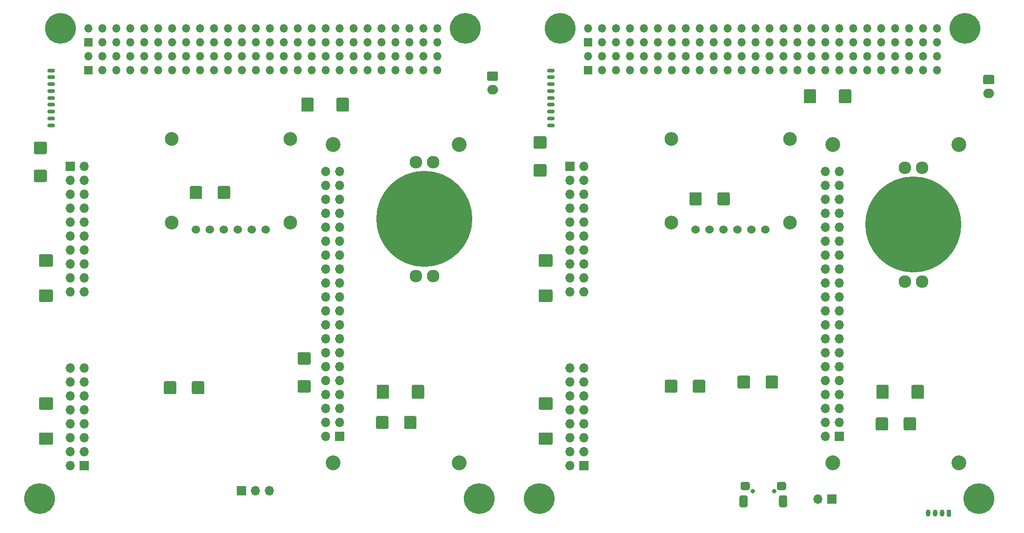
<source format=gbr>
%TF.GenerationSoftware,KiCad,Pcbnew,(5.1.9)-1*%
%TF.CreationDate,2021-11-28T20:19:45-05:00*%
%TF.ProjectId,Combined branches,436f6d62-696e-4656-9420-6272616e6368,rev?*%
%TF.SameCoordinates,Original*%
%TF.FileFunction,Soldermask,Bot*%
%TF.FilePolarity,Negative*%
%FSLAX46Y46*%
G04 Gerber Fmt 4.6, Leading zero omitted, Abs format (unit mm)*
G04 Created by KiCad (PCBNEW (5.1.9)-1) date 2021-11-28 20:19:45*
%MOMM*%
%LPD*%
G01*
G04 APERTURE LIST*
%ADD10O,2.000000X1.700000*%
%ADD11C,17.500000*%
%ADD12C,2.300000*%
%ADD13C,2.500000*%
%ADD14C,1.524000*%
%ADD15O,1.700000X1.700000*%
%ADD16R,1.700000X1.700000*%
%ADD17C,2.700000*%
%ADD18C,5.600000*%
%ADD19C,3.600000*%
%ADD20O,1.400000X0.700000*%
%ADD21O,1.500000X1.500000*%
%ADD22R,1.500000X1.500000*%
%ADD23O,0.800000X1.300000*%
%ADD24C,0.800000*%
G04 APERTURE END LIST*
D10*
%TO.C,J6*%
X181102000Y-70191000D03*
G36*
G01*
X180352000Y-66841000D02*
X181852000Y-66841000D01*
G75*
G02*
X182102000Y-67091000I0J-250000D01*
G01*
X182102000Y-68291000D01*
G75*
G02*
X181852000Y-68541000I-250000J0D01*
G01*
X180352000Y-68541000D01*
G75*
G02*
X180102000Y-68291000I0J250000D01*
G01*
X180102000Y-67091000D01*
G75*
G02*
X180352000Y-66841000I250000J0D01*
G01*
G37*
%TD*%
D11*
%TO.C,BT1*%
X168656000Y-93726000D03*
D12*
X167156000Y-104126000D03*
X170256000Y-104126000D03*
X170256000Y-83326000D03*
X167156000Y-83326000D03*
%TD*%
D13*
%TO.C,U1*%
X144272000Y-79121000D03*
X122682000Y-79121000D03*
X144272000Y-94361000D03*
X122682000Y-94361000D03*
D14*
X127127000Y-95631000D03*
X129667000Y-95631000D03*
X132207000Y-95631000D03*
X134747000Y-95631000D03*
X137287000Y-95631000D03*
X139827000Y-95631000D03*
%TD*%
%TO.C,C19*%
G36*
G01*
X145886999Y-123091000D02*
X147737001Y-123091000D01*
G75*
G02*
X147987000Y-123340999I0J-249999D01*
G01*
X147987000Y-125091001D01*
G75*
G02*
X147737001Y-125341000I-249999J0D01*
G01*
X145886999Y-125341000D01*
G75*
G02*
X145637000Y-125091001I0J249999D01*
G01*
X145637000Y-123340999D01*
G75*
G02*
X145886999Y-123091000I249999J0D01*
G01*
G37*
G36*
G01*
X145886999Y-117991000D02*
X147737001Y-117991000D01*
G75*
G02*
X147987000Y-118240999I0J-249999D01*
G01*
X147987000Y-119991001D01*
G75*
G02*
X147737001Y-120241000I-249999J0D01*
G01*
X145886999Y-120241000D01*
G75*
G02*
X145637000Y-119991001I0J249999D01*
G01*
X145637000Y-118240999D01*
G75*
G02*
X145886999Y-117991000I249999J0D01*
G01*
G37*
%TD*%
%TO.C,C17*%
G36*
G01*
X123543000Y-123534999D02*
X123543000Y-125385001D01*
G75*
G02*
X123293001Y-125635000I-249999J0D01*
G01*
X121542999Y-125635000D01*
G75*
G02*
X121293000Y-125385001I0J249999D01*
G01*
X121293000Y-123534999D01*
G75*
G02*
X121542999Y-123285000I249999J0D01*
G01*
X123293001Y-123285000D01*
G75*
G02*
X123543000Y-123534999I0J-249999D01*
G01*
G37*
G36*
G01*
X128643000Y-123534999D02*
X128643000Y-125385001D01*
G75*
G02*
X128393001Y-125635000I-249999J0D01*
G01*
X126642999Y-125635000D01*
G75*
G02*
X126393000Y-125385001I0J249999D01*
G01*
X126393000Y-123534999D01*
G75*
G02*
X126642999Y-123285000I249999J0D01*
G01*
X128393001Y-123285000D01*
G75*
G02*
X128643000Y-123534999I0J-249999D01*
G01*
G37*
%TD*%
%TO.C,C15*%
G36*
G01*
X100847001Y-102421000D02*
X98796999Y-102421000D01*
G75*
G02*
X98547000Y-102171001I0J249999D01*
G01*
X98547000Y-100420999D01*
G75*
G02*
X98796999Y-100171000I249999J0D01*
G01*
X100847001Y-100171000D01*
G75*
G02*
X101097000Y-100420999I0J-249999D01*
G01*
X101097000Y-102171001D01*
G75*
G02*
X100847001Y-102421000I-249999J0D01*
G01*
G37*
G36*
G01*
X100847001Y-108821000D02*
X98796999Y-108821000D01*
G75*
G02*
X98547000Y-108571001I0J249999D01*
G01*
X98547000Y-106820999D01*
G75*
G02*
X98796999Y-106571000I249999J0D01*
G01*
X100847001Y-106571000D01*
G75*
G02*
X101097000Y-106820999I0J-249999D01*
G01*
X101097000Y-108571001D01*
G75*
G02*
X100847001Y-108821000I-249999J0D01*
G01*
G37*
%TD*%
%TO.C,C12*%
G36*
G01*
X152697000Y-73923001D02*
X152697000Y-71872999D01*
G75*
G02*
X152946999Y-71623000I249999J0D01*
G01*
X154697001Y-71623000D01*
G75*
G02*
X154947000Y-71872999I0J-249999D01*
G01*
X154947000Y-73923001D01*
G75*
G02*
X154697001Y-74173000I-249999J0D01*
G01*
X152946999Y-74173000D01*
G75*
G02*
X152697000Y-73923001I0J249999D01*
G01*
G37*
G36*
G01*
X146297000Y-73923001D02*
X146297000Y-71872999D01*
G75*
G02*
X146546999Y-71623000I249999J0D01*
G01*
X148297001Y-71623000D01*
G75*
G02*
X148547000Y-71872999I0J-249999D01*
G01*
X148547000Y-73923001D01*
G75*
G02*
X148297001Y-74173000I-249999J0D01*
G01*
X146546999Y-74173000D01*
G75*
G02*
X146297000Y-73923001I0J249999D01*
G01*
G37*
%TD*%
%TO.C,C18*%
G36*
G01*
X131092000Y-89825001D02*
X131092000Y-87974999D01*
G75*
G02*
X131341999Y-87725000I249999J0D01*
G01*
X133092001Y-87725000D01*
G75*
G02*
X133342000Y-87974999I0J-249999D01*
G01*
X133342000Y-89825001D01*
G75*
G02*
X133092001Y-90075000I-249999J0D01*
G01*
X131341999Y-90075000D01*
G75*
G02*
X131092000Y-89825001I0J249999D01*
G01*
G37*
G36*
G01*
X125992000Y-89825001D02*
X125992000Y-87974999D01*
G75*
G02*
X126241999Y-87725000I249999J0D01*
G01*
X127992001Y-87725000D01*
G75*
G02*
X128242000Y-87974999I0J-249999D01*
G01*
X128242000Y-89825001D01*
G75*
G02*
X127992001Y-90075000I-249999J0D01*
G01*
X126241999Y-90075000D01*
G75*
G02*
X125992000Y-89825001I0J249999D01*
G01*
G37*
%TD*%
%TO.C,C16*%
G36*
G01*
X97880999Y-84737000D02*
X99731001Y-84737000D01*
G75*
G02*
X99981000Y-84986999I0J-249999D01*
G01*
X99981000Y-86737001D01*
G75*
G02*
X99731001Y-86987000I-249999J0D01*
G01*
X97880999Y-86987000D01*
G75*
G02*
X97631000Y-86737001I0J249999D01*
G01*
X97631000Y-84986999D01*
G75*
G02*
X97880999Y-84737000I249999J0D01*
G01*
G37*
G36*
G01*
X97880999Y-79637000D02*
X99731001Y-79637000D01*
G75*
G02*
X99981000Y-79886999I0J-249999D01*
G01*
X99981000Y-81637001D01*
G75*
G02*
X99731001Y-81887000I-249999J0D01*
G01*
X97880999Y-81887000D01*
G75*
G02*
X97631000Y-81637001I0J249999D01*
G01*
X97631000Y-79886999D01*
G75*
G02*
X97880999Y-79637000I249999J0D01*
G01*
G37*
%TD*%
%TO.C,C14*%
G36*
G01*
X100872001Y-128456000D02*
X98821999Y-128456000D01*
G75*
G02*
X98572000Y-128206001I0J249999D01*
G01*
X98572000Y-126455999D01*
G75*
G02*
X98821999Y-126206000I249999J0D01*
G01*
X100872001Y-126206000D01*
G75*
G02*
X101122000Y-126455999I0J-249999D01*
G01*
X101122000Y-128206001D01*
G75*
G02*
X100872001Y-128456000I-249999J0D01*
G01*
G37*
G36*
G01*
X100872001Y-134856000D02*
X98821999Y-134856000D01*
G75*
G02*
X98572000Y-134606001I0J249999D01*
G01*
X98572000Y-132855999D01*
G75*
G02*
X98821999Y-132606000I249999J0D01*
G01*
X100872001Y-132606000D01*
G75*
G02*
X101122000Y-132855999I0J-249999D01*
G01*
X101122000Y-134606001D01*
G75*
G02*
X100872001Y-134856000I-249999J0D01*
G01*
G37*
%TD*%
%TO.C,C13*%
G36*
G01*
X165011000Y-131735001D02*
X165011000Y-129884999D01*
G75*
G02*
X165260999Y-129635000I249999J0D01*
G01*
X167011001Y-129635000D01*
G75*
G02*
X167261000Y-129884999I0J-249999D01*
G01*
X167261000Y-131735001D01*
G75*
G02*
X167011001Y-131985000I-249999J0D01*
G01*
X165260999Y-131985000D01*
G75*
G02*
X165011000Y-131735001I0J249999D01*
G01*
G37*
G36*
G01*
X159911000Y-131735001D02*
X159911000Y-129884999D01*
G75*
G02*
X160160999Y-129635000I249999J0D01*
G01*
X161911001Y-129635000D01*
G75*
G02*
X162161000Y-129884999I0J-249999D01*
G01*
X162161000Y-131735001D01*
G75*
G02*
X161911001Y-131985000I-249999J0D01*
G01*
X160160999Y-131985000D01*
G75*
G02*
X159911000Y-131735001I0J249999D01*
G01*
G37*
%TD*%
%TO.C,C11*%
G36*
G01*
X166413000Y-126247001D02*
X166413000Y-124196999D01*
G75*
G02*
X166662999Y-123947000I249999J0D01*
G01*
X168413001Y-123947000D01*
G75*
G02*
X168663000Y-124196999I0J-249999D01*
G01*
X168663000Y-126247001D01*
G75*
G02*
X168413001Y-126497000I-249999J0D01*
G01*
X166662999Y-126497000D01*
G75*
G02*
X166413000Y-126247001I0J249999D01*
G01*
G37*
G36*
G01*
X160013000Y-126247001D02*
X160013000Y-124196999D01*
G75*
G02*
X160262999Y-123947000I249999J0D01*
G01*
X162013001Y-123947000D01*
G75*
G02*
X162263000Y-124196999I0J-249999D01*
G01*
X162263000Y-126247001D01*
G75*
G02*
X162013001Y-126497000I-249999J0D01*
G01*
X160262999Y-126497000D01*
G75*
G02*
X160013000Y-126247001I0J249999D01*
G01*
G37*
%TD*%
D15*
%TO.C,J1*%
X150762000Y-85030000D03*
X153302000Y-85030000D03*
X150762000Y-87570000D03*
X153302000Y-87570000D03*
X150762000Y-90110000D03*
X153302000Y-90110000D03*
X150762000Y-92650000D03*
X153302000Y-92650000D03*
X150762000Y-95190000D03*
X153302000Y-95190000D03*
X150762000Y-97730000D03*
X153302000Y-97730000D03*
X150762000Y-100270000D03*
X153302000Y-100270000D03*
X150762000Y-102810000D03*
X153302000Y-102810000D03*
X150762000Y-105350000D03*
X153302000Y-105350000D03*
X150762000Y-107890000D03*
X153302000Y-107890000D03*
X150762000Y-110430000D03*
X153302000Y-110430000D03*
X150762000Y-112970000D03*
X153302000Y-112970000D03*
X150762000Y-115510000D03*
X153302000Y-115510000D03*
X150762000Y-118050000D03*
X153302000Y-118050000D03*
X150762000Y-120590000D03*
X153302000Y-120590000D03*
X150762000Y-123130000D03*
X153302000Y-123130000D03*
X150762000Y-125670000D03*
X153302000Y-125670000D03*
X150762000Y-128210000D03*
X153302000Y-128210000D03*
X150762000Y-130750000D03*
X153302000Y-130750000D03*
X150762000Y-133290000D03*
D16*
X153302000Y-133290000D03*
%TD*%
D15*
%TO.C,J5*%
X140462000Y-143256000D03*
X137922000Y-143256000D03*
D16*
X135382000Y-143256000D03*
%TD*%
D17*
%TO.C,M8*%
X175050000Y-138160000D03*
%TD*%
%TO.C,M7*%
X175050000Y-80160000D03*
%TD*%
%TO.C,M6*%
X152050000Y-138160000D03*
%TD*%
%TO.C,M5*%
X152050000Y-80160000D03*
%TD*%
D18*
%TO.C,M4*%
X178718000Y-144680000D03*
D19*
X178718000Y-144680000D03*
%TD*%
D18*
%TO.C,M3*%
X98708000Y-144680000D03*
D19*
X98708000Y-144680000D03*
%TD*%
D18*
%TO.C,M2*%
X176178000Y-58955000D03*
D19*
X176178000Y-58955000D03*
%TD*%
D18*
%TO.C,M1*%
X102518000Y-58955000D03*
D19*
X102518000Y-58955000D03*
%TD*%
D20*
%TO.C,J4*%
X100798000Y-76655000D03*
X100798000Y-75405000D03*
X100798000Y-74155000D03*
X100798000Y-72905000D03*
X100798000Y-71655000D03*
X100798000Y-70405000D03*
X100798000Y-69155000D03*
X100798000Y-67905000D03*
X100798000Y-66655000D03*
%TD*%
D15*
%TO.C,J3*%
X106807000Y-106966000D03*
X104267000Y-106966000D03*
X106807000Y-104426000D03*
X104267000Y-104426000D03*
X106807000Y-101886000D03*
X104267000Y-101886000D03*
X106807000Y-99346000D03*
X104267000Y-99346000D03*
X106807000Y-96806000D03*
X104267000Y-96806000D03*
X106807000Y-94266000D03*
X104267000Y-94266000D03*
X106807000Y-91726000D03*
X104267000Y-91726000D03*
X106807000Y-89186000D03*
X104267000Y-89186000D03*
X106807000Y-86646000D03*
X104267000Y-86646000D03*
X106807000Y-84106000D03*
D16*
X104267000Y-84106000D03*
%TD*%
D15*
%TO.C,J2*%
X104267000Y-120856000D03*
X106807000Y-120856000D03*
X104267000Y-123396000D03*
X106807000Y-123396000D03*
X104267000Y-125936000D03*
X106807000Y-125936000D03*
X104267000Y-128476000D03*
X106807000Y-128476000D03*
X104267000Y-131016000D03*
X106807000Y-131016000D03*
X104267000Y-133556000D03*
X106807000Y-133556000D03*
X104267000Y-136096000D03*
X106807000Y-136096000D03*
X104267000Y-138636000D03*
D16*
X106807000Y-138636000D03*
%TD*%
D21*
%TO.C,H2*%
X171098000Y-58955000D03*
X171098000Y-61495000D03*
X168558000Y-58955000D03*
X168558000Y-61495000D03*
X166018000Y-58955000D03*
X166018000Y-61495000D03*
X163478000Y-58955000D03*
X163478000Y-61495000D03*
X160938000Y-58955000D03*
X160938000Y-61495000D03*
X158398000Y-58955000D03*
X158398000Y-61495000D03*
X155858000Y-58955000D03*
X155858000Y-61495000D03*
X153318000Y-58955000D03*
X153318000Y-61495000D03*
X150778000Y-58955000D03*
X150778000Y-61495000D03*
X148238000Y-58955000D03*
X148238000Y-61495000D03*
X145698000Y-58955000D03*
X145698000Y-61495000D03*
X143158000Y-58955000D03*
X143158000Y-61495000D03*
X140618000Y-58955000D03*
X140618000Y-61495000D03*
X138078000Y-58955000D03*
X138078000Y-61495000D03*
X135538000Y-58955000D03*
X135538000Y-61495000D03*
X132998000Y-58955000D03*
X132998000Y-61495000D03*
X130458000Y-58955000D03*
X130458000Y-61495000D03*
X127918000Y-58955000D03*
X127918000Y-61495000D03*
X125378000Y-58955000D03*
X125378000Y-61495000D03*
X122838000Y-58955000D03*
X122838000Y-61495000D03*
X120298000Y-58955000D03*
X120298000Y-61495000D03*
X117758000Y-58955000D03*
X117758000Y-61495000D03*
X115218000Y-58955000D03*
X115218000Y-61495000D03*
X112678000Y-58955000D03*
X112678000Y-61495000D03*
X110138000Y-58955000D03*
X110138000Y-61495000D03*
X107598000Y-58955000D03*
D22*
X107598000Y-61495000D03*
%TD*%
D21*
%TO.C,H1*%
X171098000Y-64035000D03*
X171098000Y-66575000D03*
X168558000Y-64035000D03*
X168558000Y-66575000D03*
X166018000Y-64035000D03*
X166018000Y-66575000D03*
X163478000Y-64035000D03*
X163478000Y-66575000D03*
X160938000Y-64035000D03*
X160938000Y-66575000D03*
X158398000Y-64035000D03*
X158398000Y-66575000D03*
X155858000Y-64035000D03*
X155858000Y-66575000D03*
X153318000Y-64035000D03*
X153318000Y-66575000D03*
X150778000Y-64035000D03*
X150778000Y-66575000D03*
X148238000Y-64035000D03*
X148238000Y-66575000D03*
X145698000Y-64035000D03*
X145698000Y-66575000D03*
X143158000Y-64035000D03*
X143158000Y-66575000D03*
X140618000Y-64035000D03*
X140618000Y-66575000D03*
X138078000Y-64035000D03*
X138078000Y-66575000D03*
X135538000Y-64035000D03*
X135538000Y-66575000D03*
X132998000Y-64035000D03*
X132998000Y-66575000D03*
X130458000Y-64035000D03*
X130458000Y-66575000D03*
X127918000Y-64035000D03*
X127918000Y-66575000D03*
X125378000Y-64035000D03*
X125378000Y-66575000D03*
X122838000Y-64035000D03*
X122838000Y-66575000D03*
X120298000Y-64035000D03*
X120298000Y-66575000D03*
X117758000Y-64035000D03*
X117758000Y-66575000D03*
X115218000Y-64035000D03*
X115218000Y-66575000D03*
X112678000Y-64035000D03*
X112678000Y-66575000D03*
X110138000Y-64035000D03*
X110138000Y-66575000D03*
X107598000Y-64035000D03*
D22*
X107598000Y-66575000D03*
%TD*%
D23*
%TO.C,J9*%
X260410000Y-147320000D03*
X261660000Y-147320000D03*
X262910000Y-147320000D03*
G36*
G01*
X264560000Y-146870000D02*
X264560000Y-147770000D01*
G75*
G02*
X264360000Y-147970000I-200000J0D01*
G01*
X263960000Y-147970000D01*
G75*
G02*
X263760000Y-147770000I0J200000D01*
G01*
X263760000Y-146870000D01*
G75*
G02*
X263960000Y-146670000I200000J0D01*
G01*
X264360000Y-146670000D01*
G75*
G02*
X264560000Y-146870000I0J-200000D01*
G01*
G37*
%TD*%
D10*
%TO.C,J10*%
X271399000Y-70826000D03*
G36*
G01*
X270649000Y-67476000D02*
X272149000Y-67476000D01*
G75*
G02*
X272399000Y-67726000I0J-250000D01*
G01*
X272399000Y-68926000D01*
G75*
G02*
X272149000Y-69176000I-250000J0D01*
G01*
X270649000Y-69176000D01*
G75*
G02*
X270399000Y-68926000I0J250000D01*
G01*
X270399000Y-67726000D01*
G75*
G02*
X270649000Y-67476000I250000J0D01*
G01*
G37*
%TD*%
D12*
%TO.C,BT1*%
X256183000Y-84342000D03*
X259283000Y-84342000D03*
X259283000Y-105142000D03*
X256183000Y-105142000D03*
D11*
X257683000Y-94742000D03*
%TD*%
%TO.C,C19*%
G36*
G01*
X230797000Y-124369001D02*
X230797000Y-122518999D01*
G75*
G02*
X231046999Y-122269000I249999J0D01*
G01*
X232797001Y-122269000D01*
G75*
G02*
X233047000Y-122518999I0J-249999D01*
G01*
X233047000Y-124369001D01*
G75*
G02*
X232797001Y-124619000I-249999J0D01*
G01*
X231046999Y-124619000D01*
G75*
G02*
X230797000Y-124369001I0J249999D01*
G01*
G37*
G36*
G01*
X225697000Y-124369001D02*
X225697000Y-122518999D01*
G75*
G02*
X225946999Y-122269000I249999J0D01*
G01*
X227697001Y-122269000D01*
G75*
G02*
X227947000Y-122518999I0J-249999D01*
G01*
X227947000Y-124369001D01*
G75*
G02*
X227697001Y-124619000I-249999J0D01*
G01*
X225946999Y-124619000D01*
G75*
G02*
X225697000Y-124369001I0J249999D01*
G01*
G37*
%TD*%
%TO.C,C18*%
G36*
G01*
X222034000Y-90968001D02*
X222034000Y-89117999D01*
G75*
G02*
X222283999Y-88868000I249999J0D01*
G01*
X224034001Y-88868000D01*
G75*
G02*
X224284000Y-89117999I0J-249999D01*
G01*
X224284000Y-90968001D01*
G75*
G02*
X224034001Y-91218000I-249999J0D01*
G01*
X222283999Y-91218000D01*
G75*
G02*
X222034000Y-90968001I0J249999D01*
G01*
G37*
G36*
G01*
X216934000Y-90968001D02*
X216934000Y-89117999D01*
G75*
G02*
X217183999Y-88868000I249999J0D01*
G01*
X218934001Y-88868000D01*
G75*
G02*
X219184000Y-89117999I0J-249999D01*
G01*
X219184000Y-90968001D01*
G75*
G02*
X218934001Y-91218000I-249999J0D01*
G01*
X217183999Y-91218000D01*
G75*
G02*
X216934000Y-90968001I0J249999D01*
G01*
G37*
%TD*%
%TO.C,C17*%
G36*
G01*
X214719000Y-123280999D02*
X214719000Y-125131001D01*
G75*
G02*
X214469001Y-125381000I-249999J0D01*
G01*
X212718999Y-125381000D01*
G75*
G02*
X212469000Y-125131001I0J249999D01*
G01*
X212469000Y-123280999D01*
G75*
G02*
X212718999Y-123031000I249999J0D01*
G01*
X214469001Y-123031000D01*
G75*
G02*
X214719000Y-123280999I0J-249999D01*
G01*
G37*
G36*
G01*
X219819000Y-123280999D02*
X219819000Y-125131001D01*
G75*
G02*
X219569001Y-125381000I-249999J0D01*
G01*
X217818999Y-125381000D01*
G75*
G02*
X217569000Y-125131001I0J249999D01*
G01*
X217569000Y-123280999D01*
G75*
G02*
X217818999Y-123031000I249999J0D01*
G01*
X219569001Y-123031000D01*
G75*
G02*
X219819000Y-123280999I0J-249999D01*
G01*
G37*
%TD*%
%TO.C,C16*%
G36*
G01*
X188812999Y-83737000D02*
X190663001Y-83737000D01*
G75*
G02*
X190913000Y-83986999I0J-249999D01*
G01*
X190913000Y-85737001D01*
G75*
G02*
X190663001Y-85987000I-249999J0D01*
G01*
X188812999Y-85987000D01*
G75*
G02*
X188563000Y-85737001I0J249999D01*
G01*
X188563000Y-83986999D01*
G75*
G02*
X188812999Y-83737000I249999J0D01*
G01*
G37*
G36*
G01*
X188812999Y-78637000D02*
X190663001Y-78637000D01*
G75*
G02*
X190913000Y-78886999I0J-249999D01*
G01*
X190913000Y-80637001D01*
G75*
G02*
X190663001Y-80887000I-249999J0D01*
G01*
X188812999Y-80887000D01*
G75*
G02*
X188563000Y-80637001I0J249999D01*
G01*
X188563000Y-78886999D01*
G75*
G02*
X188812999Y-78637000I249999J0D01*
G01*
G37*
%TD*%
%TO.C,C15*%
G36*
G01*
X191779001Y-102421000D02*
X189728999Y-102421000D01*
G75*
G02*
X189479000Y-102171001I0J249999D01*
G01*
X189479000Y-100420999D01*
G75*
G02*
X189728999Y-100171000I249999J0D01*
G01*
X191779001Y-100171000D01*
G75*
G02*
X192029000Y-100420999I0J-249999D01*
G01*
X192029000Y-102171001D01*
G75*
G02*
X191779001Y-102421000I-249999J0D01*
G01*
G37*
G36*
G01*
X191779001Y-108821000D02*
X189728999Y-108821000D01*
G75*
G02*
X189479000Y-108571001I0J249999D01*
G01*
X189479000Y-106820999D01*
G75*
G02*
X189728999Y-106571000I249999J0D01*
G01*
X191779001Y-106571000D01*
G75*
G02*
X192029000Y-106820999I0J-249999D01*
G01*
X192029000Y-108571001D01*
G75*
G02*
X191779001Y-108821000I-249999J0D01*
G01*
G37*
%TD*%
%TO.C,C14*%
G36*
G01*
X191804001Y-128456000D02*
X189753999Y-128456000D01*
G75*
G02*
X189504000Y-128206001I0J249999D01*
G01*
X189504000Y-126455999D01*
G75*
G02*
X189753999Y-126206000I249999J0D01*
G01*
X191804001Y-126206000D01*
G75*
G02*
X192054000Y-126455999I0J-249999D01*
G01*
X192054000Y-128206001D01*
G75*
G02*
X191804001Y-128456000I-249999J0D01*
G01*
G37*
G36*
G01*
X191804001Y-134856000D02*
X189753999Y-134856000D01*
G75*
G02*
X189504000Y-134606001I0J249999D01*
G01*
X189504000Y-132855999D01*
G75*
G02*
X189753999Y-132606000I249999J0D01*
G01*
X191804001Y-132606000D01*
G75*
G02*
X192054000Y-132855999I0J-249999D01*
G01*
X192054000Y-134606001D01*
G75*
G02*
X191804001Y-134856000I-249999J0D01*
G01*
G37*
%TD*%
%TO.C,C13*%
G36*
G01*
X255933000Y-131989001D02*
X255933000Y-130138999D01*
G75*
G02*
X256182999Y-129889000I249999J0D01*
G01*
X257933001Y-129889000D01*
G75*
G02*
X258183000Y-130138999I0J-249999D01*
G01*
X258183000Y-131989001D01*
G75*
G02*
X257933001Y-132239000I-249999J0D01*
G01*
X256182999Y-132239000D01*
G75*
G02*
X255933000Y-131989001I0J249999D01*
G01*
G37*
G36*
G01*
X250833000Y-131989001D02*
X250833000Y-130138999D01*
G75*
G02*
X251082999Y-129889000I249999J0D01*
G01*
X252833001Y-129889000D01*
G75*
G02*
X253083000Y-130138999I0J-249999D01*
G01*
X253083000Y-131989001D01*
G75*
G02*
X252833001Y-132239000I-249999J0D01*
G01*
X251082999Y-132239000D01*
G75*
G02*
X250833000Y-131989001I0J249999D01*
G01*
G37*
%TD*%
%TO.C,C12*%
G36*
G01*
X244137000Y-72399001D02*
X244137000Y-70348999D01*
G75*
G02*
X244386999Y-70099000I249999J0D01*
G01*
X246137001Y-70099000D01*
G75*
G02*
X246387000Y-70348999I0J-249999D01*
G01*
X246387000Y-72399001D01*
G75*
G02*
X246137001Y-72649000I-249999J0D01*
G01*
X244386999Y-72649000D01*
G75*
G02*
X244137000Y-72399001I0J249999D01*
G01*
G37*
G36*
G01*
X237737000Y-72399001D02*
X237737000Y-70348999D01*
G75*
G02*
X237986999Y-70099000I249999J0D01*
G01*
X239737001Y-70099000D01*
G75*
G02*
X239987000Y-70348999I0J-249999D01*
G01*
X239987000Y-72399001D01*
G75*
G02*
X239737001Y-72649000I-249999J0D01*
G01*
X237986999Y-72649000D01*
G75*
G02*
X237737000Y-72399001I0J249999D01*
G01*
G37*
%TD*%
%TO.C,C11*%
G36*
G01*
X257345000Y-126247001D02*
X257345000Y-124196999D01*
G75*
G02*
X257594999Y-123947000I249999J0D01*
G01*
X259345001Y-123947000D01*
G75*
G02*
X259595000Y-124196999I0J-249999D01*
G01*
X259595000Y-126247001D01*
G75*
G02*
X259345001Y-126497000I-249999J0D01*
G01*
X257594999Y-126497000D01*
G75*
G02*
X257345000Y-126247001I0J249999D01*
G01*
G37*
G36*
G01*
X250945000Y-126247001D02*
X250945000Y-124196999D01*
G75*
G02*
X251194999Y-123947000I249999J0D01*
G01*
X252945001Y-123947000D01*
G75*
G02*
X253195000Y-124196999I0J-249999D01*
G01*
X253195000Y-126247001D01*
G75*
G02*
X252945001Y-126497000I-249999J0D01*
G01*
X251194999Y-126497000D01*
G75*
G02*
X250945000Y-126247001I0J249999D01*
G01*
G37*
%TD*%
D13*
%TO.C,U1*%
X235204000Y-79121000D03*
X213614000Y-79121000D03*
X235204000Y-94361000D03*
X213614000Y-94361000D03*
D14*
X218059000Y-95631000D03*
X220599000Y-95631000D03*
X223139000Y-95631000D03*
X225679000Y-95631000D03*
X228219000Y-95631000D03*
X230759000Y-95631000D03*
%TD*%
D17*
%TO.C,M8*%
X265982000Y-138160000D03*
%TD*%
%TO.C,M7*%
X265982000Y-80160000D03*
%TD*%
%TO.C,M6*%
X242982000Y-138160000D03*
%TD*%
%TO.C,M5*%
X242982000Y-80160000D03*
%TD*%
D24*
%TO.C,J6*%
X232328000Y-143331000D03*
X228428000Y-143331000D03*
G36*
G01*
X227528000Y-144436000D02*
X227528000Y-145886000D01*
G75*
G02*
X227153000Y-146261000I-375000J0D01*
G01*
X226403000Y-146261000D01*
G75*
G02*
X226028000Y-145886000I0J375000D01*
G01*
X226028000Y-144436000D01*
G75*
G02*
X226403000Y-144061000I375000J0D01*
G01*
X227153000Y-144061000D01*
G75*
G02*
X227528000Y-144436000I0J-375000D01*
G01*
G37*
G36*
G01*
X234728000Y-144436000D02*
X234728000Y-145886000D01*
G75*
G02*
X234353000Y-146261000I-375000J0D01*
G01*
X233603000Y-146261000D01*
G75*
G02*
X233228000Y-145886000I0J375000D01*
G01*
X233228000Y-144436000D01*
G75*
G02*
X233603000Y-144061000I375000J0D01*
G01*
X234353000Y-144061000D01*
G75*
G02*
X234728000Y-144436000I0J-375000D01*
G01*
G37*
G36*
G01*
X234528000Y-141986000D02*
X234528000Y-142736000D01*
G75*
G02*
X234153000Y-143111000I-375000J0D01*
G01*
X233203000Y-143111000D01*
G75*
G02*
X232828000Y-142736000I0J375000D01*
G01*
X232828000Y-141986000D01*
G75*
G02*
X233203000Y-141611000I375000J0D01*
G01*
X234153000Y-141611000D01*
G75*
G02*
X234528000Y-141986000I0J-375000D01*
G01*
G37*
G36*
G01*
X227928000Y-141986000D02*
X227928000Y-142736000D01*
G75*
G02*
X227553000Y-143111000I-375000J0D01*
G01*
X226603000Y-143111000D01*
G75*
G02*
X226228000Y-142736000I0J375000D01*
G01*
X226228000Y-141986000D01*
G75*
G02*
X226603000Y-141611000I375000J0D01*
G01*
X227553000Y-141611000D01*
G75*
G02*
X227928000Y-141986000I0J-375000D01*
G01*
G37*
%TD*%
D18*
%TO.C,M4*%
X269650000Y-144680000D03*
D19*
X269650000Y-144680000D03*
%TD*%
D18*
%TO.C,M3*%
X189640000Y-144680000D03*
D19*
X189640000Y-144680000D03*
%TD*%
D18*
%TO.C,M2*%
X267110000Y-58955000D03*
D19*
X267110000Y-58955000D03*
%TD*%
D18*
%TO.C,M1*%
X193450000Y-58955000D03*
D19*
X193450000Y-58955000D03*
%TD*%
D15*
%TO.C,J7*%
X240309400Y-144780000D03*
D16*
X242849400Y-144780000D03*
%TD*%
D20*
%TO.C,J4*%
X191730000Y-76655000D03*
X191730000Y-75405000D03*
X191730000Y-74155000D03*
X191730000Y-72905000D03*
X191730000Y-71655000D03*
X191730000Y-70405000D03*
X191730000Y-69155000D03*
X191730000Y-67905000D03*
X191730000Y-66655000D03*
%TD*%
D15*
%TO.C,J3*%
X197739000Y-106966000D03*
X195199000Y-106966000D03*
X197739000Y-104426000D03*
X195199000Y-104426000D03*
X197739000Y-101886000D03*
X195199000Y-101886000D03*
X197739000Y-99346000D03*
X195199000Y-99346000D03*
X197739000Y-96806000D03*
X195199000Y-96806000D03*
X197739000Y-94266000D03*
X195199000Y-94266000D03*
X197739000Y-91726000D03*
X195199000Y-91726000D03*
X197739000Y-89186000D03*
X195199000Y-89186000D03*
X197739000Y-86646000D03*
X195199000Y-86646000D03*
X197739000Y-84106000D03*
D16*
X195199000Y-84106000D03*
%TD*%
D15*
%TO.C,J2*%
X195199000Y-120856000D03*
X197739000Y-120856000D03*
X195199000Y-123396000D03*
X197739000Y-123396000D03*
X195199000Y-125936000D03*
X197739000Y-125936000D03*
X195199000Y-128476000D03*
X197739000Y-128476000D03*
X195199000Y-131016000D03*
X197739000Y-131016000D03*
X195199000Y-133556000D03*
X197739000Y-133556000D03*
X195199000Y-136096000D03*
X197739000Y-136096000D03*
X195199000Y-138636000D03*
D16*
X197739000Y-138636000D03*
%TD*%
D15*
%TO.C,J1*%
X241694000Y-85030000D03*
X244234000Y-85030000D03*
X241694000Y-87570000D03*
X244234000Y-87570000D03*
X241694000Y-90110000D03*
X244234000Y-90110000D03*
X241694000Y-92650000D03*
X244234000Y-92650000D03*
X241694000Y-95190000D03*
X244234000Y-95190000D03*
X241694000Y-97730000D03*
X244234000Y-97730000D03*
X241694000Y-100270000D03*
X244234000Y-100270000D03*
X241694000Y-102810000D03*
X244234000Y-102810000D03*
X241694000Y-105350000D03*
X244234000Y-105350000D03*
X241694000Y-107890000D03*
X244234000Y-107890000D03*
X241694000Y-110430000D03*
X244234000Y-110430000D03*
X241694000Y-112970000D03*
X244234000Y-112970000D03*
X241694000Y-115510000D03*
X244234000Y-115510000D03*
X241694000Y-118050000D03*
X244234000Y-118050000D03*
X241694000Y-120590000D03*
X244234000Y-120590000D03*
X241694000Y-123130000D03*
X244234000Y-123130000D03*
X241694000Y-125670000D03*
X244234000Y-125670000D03*
X241694000Y-128210000D03*
X244234000Y-128210000D03*
X241694000Y-130750000D03*
X244234000Y-130750000D03*
X241694000Y-133290000D03*
D16*
X244234000Y-133290000D03*
%TD*%
D21*
%TO.C,H2*%
X262030000Y-58955000D03*
X262030000Y-61495000D03*
X259490000Y-58955000D03*
X259490000Y-61495000D03*
X256950000Y-58955000D03*
X256950000Y-61495000D03*
X254410000Y-58955000D03*
X254410000Y-61495000D03*
X251870000Y-58955000D03*
X251870000Y-61495000D03*
X249330000Y-58955000D03*
X249330000Y-61495000D03*
X246790000Y-58955000D03*
X246790000Y-61495000D03*
X244250000Y-58955000D03*
X244250000Y-61495000D03*
X241710000Y-58955000D03*
X241710000Y-61495000D03*
X239170000Y-58955000D03*
X239170000Y-61495000D03*
X236630000Y-58955000D03*
X236630000Y-61495000D03*
X234090000Y-58955000D03*
X234090000Y-61495000D03*
X231550000Y-58955000D03*
X231550000Y-61495000D03*
X229010000Y-58955000D03*
X229010000Y-61495000D03*
X226470000Y-58955000D03*
X226470000Y-61495000D03*
X223930000Y-58955000D03*
X223930000Y-61495000D03*
X221390000Y-58955000D03*
X221390000Y-61495000D03*
X218850000Y-58955000D03*
X218850000Y-61495000D03*
X216310000Y-58955000D03*
X216310000Y-61495000D03*
X213770000Y-58955000D03*
X213770000Y-61495000D03*
X211230000Y-58955000D03*
X211230000Y-61495000D03*
X208690000Y-58955000D03*
X208690000Y-61495000D03*
X206150000Y-58955000D03*
X206150000Y-61495000D03*
X203610000Y-58955000D03*
X203610000Y-61495000D03*
X201070000Y-58955000D03*
X201070000Y-61495000D03*
X198530000Y-58955000D03*
D22*
X198530000Y-61495000D03*
%TD*%
D21*
%TO.C,H1*%
X262030000Y-64035000D03*
X262030000Y-66575000D03*
X259490000Y-64035000D03*
X259490000Y-66575000D03*
X256950000Y-64035000D03*
X256950000Y-66575000D03*
X254410000Y-64035000D03*
X254410000Y-66575000D03*
X251870000Y-64035000D03*
X251870000Y-66575000D03*
X249330000Y-64035000D03*
X249330000Y-66575000D03*
X246790000Y-64035000D03*
X246790000Y-66575000D03*
X244250000Y-64035000D03*
X244250000Y-66575000D03*
X241710000Y-64035000D03*
X241710000Y-66575000D03*
X239170000Y-64035000D03*
X239170000Y-66575000D03*
X236630000Y-64035000D03*
X236630000Y-66575000D03*
X234090000Y-64035000D03*
X234090000Y-66575000D03*
X231550000Y-64035000D03*
X231550000Y-66575000D03*
X229010000Y-64035000D03*
X229010000Y-66575000D03*
X226470000Y-64035000D03*
X226470000Y-66575000D03*
X223930000Y-64035000D03*
X223930000Y-66575000D03*
X221390000Y-64035000D03*
X221390000Y-66575000D03*
X218850000Y-64035000D03*
X218850000Y-66575000D03*
X216310000Y-64035000D03*
X216310000Y-66575000D03*
X213770000Y-64035000D03*
X213770000Y-66575000D03*
X211230000Y-64035000D03*
X211230000Y-66575000D03*
X208690000Y-64035000D03*
X208690000Y-66575000D03*
X206150000Y-64035000D03*
X206150000Y-66575000D03*
X203610000Y-64035000D03*
X203610000Y-66575000D03*
X201070000Y-64035000D03*
X201070000Y-66575000D03*
X198530000Y-64035000D03*
D22*
X198530000Y-66575000D03*
%TD*%
M02*

</source>
